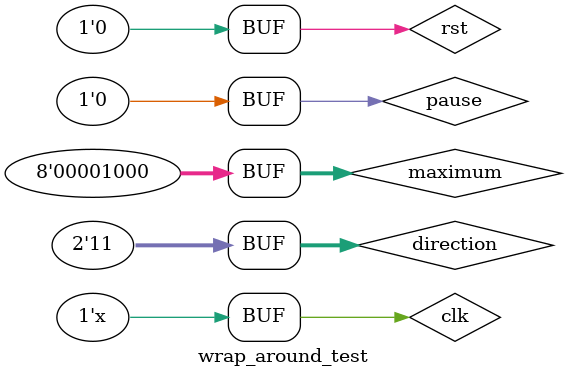
<source format=v>
`timescale 1ns / 1ps


module wrap_around_test;
reg clk,rst,pause;
reg[1:0] direction;
reg[7:0] maximum;
wire [3:0] leds;

wrap_around_led wrap_test(clk,rst,direction,pause,maximum,leds);
initial begin
rst=1;
clk=0;
direction=2'b01;
pause=0;
maximum=5;
#10;
rst=0;
#100;
pause=1;
#300;
pause=0;
direction=2'b10;
maximum=8;
#3000;
direction=2'b11;

end
always #5 clk=~clk;
endmodule


</source>
